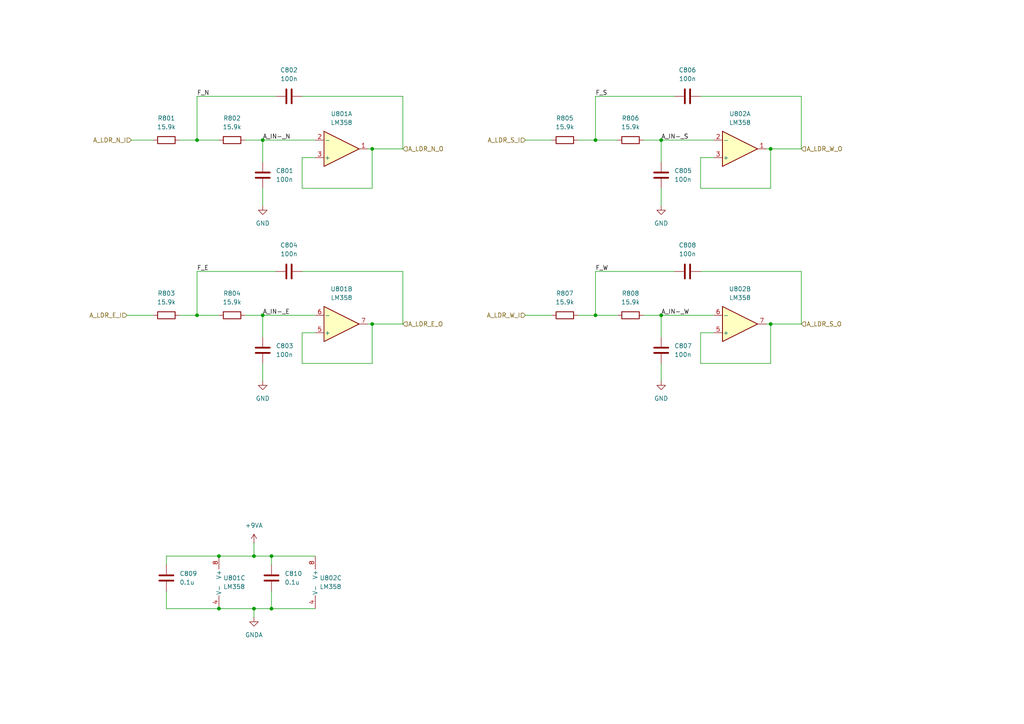
<source format=kicad_sch>
(kicad_sch (version 20250114) (generator "eeschema") (generator_version "9.0")
  (paper "A4")
  (title_block (title "Active filter") (date "2026-01-28") (rev "1") (company "LKP Systemes") (comment 1 "4 implementations of active filter for LDR signals noise cleaning"))
  (lib_symbols
    (symbol "Device:C" (pin_numbers (hide yes)) (pin_names (offset 0.254))
      (property "Reference" "C" (at 0.635 2.54 0))
      (property "Value" "C" (at 0.635 -2.54 0))
      (symbol "C_0_1"
        (polyline (pts (xy -2.032 0.762) (xy 2.032 0.762)) (stroke (width 0.508)))
        (polyline (pts (xy -2.032 -0.762) (xy 2.032 -0.762)) (stroke (width 0.508)))
      )
      (symbol "C_1_1"
        (pin passive line (at 0 3.81 270) (length 2.794) (name "~") (number "1"))
        (pin passive line (at 0 -3.81 90) (length 2.794) (name "~") (number "2"))
      )
    )
    (symbol "Device:R" (pin_numbers (hide yes)) (pin_names (offset 0))
      (property "Reference" "R" (at 2.032 0 90))
      (property "Value" "R" (at 0 0 90))
      (symbol "R_0_1"
        (rectangle (start -1.016 -2.54) (end 1.016 2.54) (stroke (width 0.254)))
      )
      (symbol "R_1_1"
        (pin passive line (at 0 3.81 270) (length 1.27) (name "~") (number "1"))
        (pin passive line (at 0 -3.81 90) (length 1.27) (name "~") (number "2"))
      )
    )
    (symbol "LM358:LM358" (pin_names (offset 0.127))
      (property "Reference" "U" (at 0 5.08 0))
      (property "Value" "LM358" (at 0 -5.08 0))
      (symbol "LM358_1_1"
        (polyline (pts (xy -5.08 5.08) (xy 5.08 0) (xy -5.08 -5.08) (xy -5.08 5.08)) (stroke (width 0.254)) (fill (type background)))
        (pin input line (at -7.62 2.54 0) (length 2.54) (name "-") (number "2"))
        (pin input line (at -7.62 -2.54 0) (length 2.54) (name "+") (number "3"))
        (pin output line (at 7.62 0 180) (length 2.54) (name "~") (number "1"))
      )
      (symbol "LM358_2_1"
        (polyline (pts (xy -5.08 5.08) (xy 5.08 0) (xy -5.08 -5.08) (xy -5.08 5.08)) (stroke (width 0.254)) (fill (type background)))
        (pin input line (at -7.62 2.54 0) (length 2.54) (name "-") (number "6"))
        (pin input line (at -7.62 -2.54 0) (length 2.54) (name "+") (number "5"))
        (pin output line (at 7.62 0 180) (length 2.54) (name "~") (number "7"))
      )
      (symbol "LM358_3_1"
        (pin power_in line (at -2.54 7.62 270) (length 3.81) (name "V+") (number "8"))
        (pin power_in line (at -2.54 -7.62 90) (length 3.81) (name "V-") (number "4"))
      )
    )
    (symbol "power:+9VA" (power) (pin_numbers (hide yes)) (pin_names (offset 0) (hide yes))
      (property "Value" "+9VA" (at 0 3.556 0))
      (symbol "+9VA_0_1"
        (polyline (pts (xy -0.762 1.27) (xy 0 2.54)))
        (polyline (pts (xy 0 2.54) (xy 0.762 1.27)))
        (polyline (pts (xy 0 0) (xy 0 2.54)))
      )
      (symbol "+9VA_1_1"
        (pin power_in line (at 0 0 90) (length 0) (name "~") (number "1"))
      )
    )
    (symbol "power:GND" (power) (pin_numbers (hide yes)) (pin_names (offset 0) (hide yes))
      (property "Value" "GND" (at 0 -3.81 0))
      (symbol "GND_0_1"
        (polyline (pts (xy 0 0) (xy 0 -1.27) (xy 1.27 -1.27) (xy 0 -2.54) (xy -1.27 -1.27) (xy 0 -1.27)))
      )
      (symbol "GND_1_1"
        (pin power_in line (at 0 0 270) (length 0) (name "~") (number "1"))
      )
    )
    (symbol "power:GNDA" (power) (pin_numbers (hide yes)) (pin_names (offset 0) (hide yes))
      (property "Value" "GNDA" (at 0 -3.81 0))
      (symbol "GNDA_0_1"
        (polyline (pts (xy 0 0) (xy 0 -1.27) (xy 1.27 -1.27) (xy 0 -2.54) (xy -1.27 -1.27) (xy 0 -1.27)))
      )
      (symbol "GNDA_1_1"
        (pin power_in line (at 0 0 270) (length 0) (name "~") (number "1"))
      )
    )
  )
  (junction (at 78.74 176.53))
  (junction (at 107.95 93.98))
  (junction (at 73.66 161.29))
  (junction (at 57.15 91.44))
  (junction (at 172.72 91.44))
  (junction (at 76.2 91.44))
  (junction (at 172.72 40.64))
  (junction (at 107.95 43.18))
  (junction (at 73.66 176.53))
  (junction (at 191.77 91.44))
  (junction (at 78.74 161.29))
  (junction (at 57.15 40.64))
  (junction (at 223.52 43.18))
  (junction (at 76.2 40.64))
  (junction (at 63.5 176.53))
  (junction (at 63.5 161.29))
  (junction (at 223.52 93.98))
  (junction (at 191.77 40.64))
  (wire (pts (xy 116.84 27.94) (xy 116.84 43.18)))
  (wire (pts (xy 87.63 54.61) (xy 87.63 45.72)))
  (wire (pts (xy 78.74 176.53) (xy 91.44 176.53)))
  (wire (pts (xy 172.72 40.64) (xy 172.72 27.94)))
  (wire (pts (xy 78.74 161.29) (xy 78.74 163.83)))
  (wire (pts (xy 76.2 91.44) (xy 91.44 91.44)))
  (wire (pts (xy 73.66 161.29) (xy 78.74 161.29)))
  (wire (pts (xy 203.2 96.52) (xy 207.01 96.52)))
  (wire (pts (xy 172.72 91.44) (xy 172.72 78.74)))
  (wire (pts (xy 48.26 176.53) (xy 48.26 171.45)))
  (wire (pts (xy 78.74 171.45) (xy 78.74 176.53)))
  (wire (pts (xy 223.52 43.18) (xy 223.52 54.61)))
  (wire (pts (xy 167.64 40.64) (xy 172.72 40.64)))
  (wire (pts (xy 223.52 93.98) (xy 223.52 105.41)))
  (wire (pts (xy 203.2 105.41) (xy 203.2 96.52)))
  (wire (pts (xy 223.52 93.98) (xy 232.41 93.98)))
  (wire (pts (xy 167.64 91.44) (xy 172.72 91.44)))
  (wire (pts (xy 52.07 91.44) (xy 57.15 91.44)))
  (wire (pts (xy 172.72 40.64) (xy 179.07 40.64)))
  (wire (pts (xy 76.2 54.61) (xy 76.2 59.69)))
  (wire (pts (xy 36.83 91.44) (xy 44.45 91.44)))
  (wire (pts (xy 73.66 157.48) (xy 73.66 161.29)))
  (wire (pts (xy 191.77 40.64) (xy 191.77 46.99)))
  (wire (pts (xy 73.66 161.29) (xy 63.5 161.29)))
  (wire (pts (xy 172.72 78.74) (xy 195.58 78.74)))
  (wire (pts (xy 87.63 78.74) (xy 116.84 78.74)))
  (wire (pts (xy 223.52 54.61) (xy 203.2 54.61)))
  (wire (pts (xy 71.12 40.64) (xy 76.2 40.64)))
  (wire (pts (xy 57.15 91.44) (xy 63.5 91.44)))
  (wire (pts (xy 87.63 27.94) (xy 116.84 27.94)))
  (wire (pts (xy 116.84 78.74) (xy 116.84 93.98)))
  (wire (pts (xy 87.63 105.41) (xy 87.63 96.52)))
  (wire (pts (xy 71.12 91.44) (xy 76.2 91.44)))
  (wire (pts (xy 57.15 40.64) (xy 57.15 27.94)))
  (wire (pts (xy 203.2 78.74) (xy 232.41 78.74)))
  (wire (pts (xy 232.41 27.94) (xy 232.41 43.18)))
  (wire (pts (xy 38.1 40.64) (xy 44.45 40.64)))
  (wire (pts (xy 57.15 78.74) (xy 80.01 78.74)))
  (wire (pts (xy 223.52 105.41) (xy 203.2 105.41)))
  (wire (pts (xy 172.72 27.94) (xy 195.58 27.94)))
  (wire (pts (xy 107.95 43.18) (xy 106.68 43.18)))
  (wire (pts (xy 203.2 45.72) (xy 207.01 45.72)))
  (wire (pts (xy 57.15 27.94) (xy 80.01 27.94)))
  (wire (pts (xy 152.4 40.64) (xy 160.02 40.64)))
  (wire (pts (xy 191.77 105.41) (xy 191.77 110.49)))
  (wire (pts (xy 57.15 91.44) (xy 57.15 78.74)))
  (wire (pts (xy 152.4 91.44) (xy 160.02 91.44)))
  (wire (pts (xy 186.69 91.44) (xy 191.77 91.44)))
  (wire (pts (xy 223.52 43.18) (xy 222.25 43.18)))
  (wire (pts (xy 172.72 91.44) (xy 179.07 91.44)))
  (wire (pts (xy 107.95 93.98) (xy 107.95 105.41)))
  (wire (pts (xy 203.2 54.61) (xy 203.2 45.72)))
  (wire (pts (xy 107.95 93.98) (xy 106.68 93.98)))
  (wire (pts (xy 186.69 40.64) (xy 191.77 40.64)))
  (wire (pts (xy 48.26 163.83) (xy 48.26 161.29)))
  (wire (pts (xy 107.95 43.18) (xy 116.84 43.18)))
  (wire (pts (xy 78.74 161.29) (xy 91.44 161.29)))
  (wire (pts (xy 107.95 105.41) (xy 87.63 105.41)))
  (wire (pts (xy 203.2 27.94) (xy 232.41 27.94)))
  (wire (pts (xy 107.95 43.18) (xy 107.95 54.61)))
  (wire (pts (xy 87.63 96.52) (xy 91.44 96.52)))
  (wire (pts (xy 73.66 176.53) (xy 73.66 179.07)))
  (wire (pts (xy 52.07 40.64) (xy 57.15 40.64)))
  (wire (pts (xy 232.41 78.74) (xy 232.41 93.98)))
  (wire (pts (xy 191.77 54.61) (xy 191.77 59.69)))
  (wire (pts (xy 63.5 176.53) (xy 73.66 176.53)))
  (wire (pts (xy 107.95 93.98) (xy 116.84 93.98)))
  (wire (pts (xy 191.77 91.44) (xy 207.01 91.44)))
  (wire (pts (xy 191.77 91.44) (xy 191.77 97.79)))
  (wire (pts (xy 63.5 176.53) (xy 48.26 176.53)))
  (wire (pts (xy 48.26 161.29) (xy 63.5 161.29)))
  (wire (pts (xy 76.2 40.64) (xy 76.2 46.99)))
  (wire (pts (xy 76.2 105.41) (xy 76.2 110.49)))
  (wire (pts (xy 73.66 176.53) (xy 78.74 176.53)))
  (wire (pts (xy 107.95 54.61) (xy 87.63 54.61)))
  (wire (pts (xy 87.63 45.72) (xy 91.44 45.72)))
  (wire (pts (xy 76.2 40.64) (xy 91.44 40.64)))
  (wire (pts (xy 223.52 43.18) (xy 232.41 43.18)))
  (wire (pts (xy 223.52 93.98) (xy 222.25 93.98)))
  (wire (pts (xy 191.77 40.64) (xy 207.01 40.64)))
  (wire (pts (xy 57.15 40.64) (xy 63.5 40.64)))
  (wire (pts (xy 76.2 91.44) (xy 76.2 97.79)))
  (label "A_IN-_S" (at 191.77 40.64 0))
  (label "A_IN-_W" (at 191.77 91.44 0))
  (label "F_N" (at 57.15 27.94 0))
  (label "F_S" (at 172.72 27.94 0))
  (label "A_IN-_N" (at 76.2 40.64 0))
  (label "A_IN-_E" (at 76.2 91.44 0))
  (label "F_W" (at 172.72 78.74 0))
  (label "F_E" (at 57.15 78.74 0))
  (hierarchical_label "A_LDR_N_I" (shape input) (at 38.1 40.64 180))
  (hierarchical_label "A_LDR_E_I" (shape input) (at 36.83 91.44 180))
  (hierarchical_label "A_LDR_S_O" (shape input) (at 232.41 93.98 0))
  (hierarchical_label "A_LDR_S_I" (shape input) (at 152.4 40.64 180))
  (hierarchical_label "A_LDR_W_O" (shape input) (at 232.41 43.18 0))
  (hierarchical_label "A_LDR_N_O" (shape input) (at 116.84 43.18 0))
  (hierarchical_label "A_LDR_E_O" (shape input) (at 116.84 93.98 0))
  (hierarchical_label "A_LDR_W_I" (shape input) (at 152.4 91.44 180))
  (symbol (lib_id "LM358:LM358") (at 99.06 93.98 0) (unit 2)
    (property "Reference" "U801" (at 99.06 83.82 0))
    (property "Value" "LM358" (at 99.06 86.36 0))
    (property "Footprint" "lm358:SOIC8_D_TEX" (effects (hide yes)))
    (property "Datasheet" "http://www.ti.com/lit/ds/symlink/lm2904-n.pdf" (effects (hide yes)))
    (property "Description" "Low-Power, Dual Operational Amplifiers, DIP-8/SOIC-8/TO-99-8" (effects (hide yes)))
  )
  (symbol (lib_id "Device:R") (at 163.83 40.64 90) (unit 1)
    (property "Reference" "R805" (at 163.83 34.29 90))
    (property "Value" "15.9k" (at 163.83 36.83 90))
    (property "Footprint" "Resistor_SMD:R_1206_3216Metric" (effects (hide yes)))
    (property "Description" "Resistor" (effects (hide yes)))
  )
  (symbol (lib_id "Device:C") (at 78.74 167.64 180) (unit 1)
    (property "Reference" "C810" (at 82.55 166.3699 0) (effects (justify right)))
    (property "Value" "0.1u" (at 82.55 168.9099 0) (effects (justify right)))
    (property "Footprint" "Capacitor_SMD:C_1206_3216Metric" (effects (hide yes)))
    (property "Description" "Unpolarized capacitor" (effects (hide yes)))
  )
  (symbol (lib_id "LM358:LM358") (at 214.63 93.98 0) (unit 2)
    (property "Reference" "U802" (at 214.63 83.82 0))
    (property "Value" "LM358" (at 214.63 86.36 0))
    (property "Footprint" "lm358:SOIC8_D_TEX" (effects (hide yes)))
    (property "Datasheet" "http://www.ti.com/lit/ds/symlink/lm2904-n.pdf" (effects (hide yes)))
    (property "Description" "Low-Power, Dual Operational Amplifiers, DIP-8/SOIC-8/TO-99-8" (effects (hide yes)))
  )
  (symbol (lib_id "LM358:LM358") (at 66.04 168.91 0) (unit 3)
    (property "Reference" "U801" (at 64.77 167.6399 0) (effects (justify left)))
    (property "Value" "LM358" (at 64.77 170.1799 0) (effects (justify left)))
    (property "Footprint" "lm358:SOIC8_D_TEX" (effects (hide yes)))
    (property "Datasheet" "http://www.ti.com/lit/ds/symlink/lm2904-n.pdf" (effects (hide yes)))
    (property "Description" "Low-Power, Dual Operational Amplifiers, DIP-8/SOIC-8/TO-99-8" (effects (hide yes)))
  )
  (symbol (lib_id "Device:C") (at 199.39 78.74 90) (unit 1)
    (property "Reference" "C808" (at 199.39 71.12 90))
    (property "Value" "100n" (at 199.39 73.66 90))
    (property "Footprint" "Capacitor_SMD:C_1206_3216Metric" (effects (hide yes)))
    (property "Description" "Unpolarized capacitor" (effects (hide yes)))
  )
  (symbol (lib_id "LM358:LM358") (at 214.63 43.18 0) (unit 1)
    (property "Reference" "U802" (at 214.63 33.02 0))
    (property "Value" "LM358" (at 214.63 35.56 0))
    (property "Footprint" "lm358:SOIC8_D_TEX" (effects (hide yes)))
    (property "Datasheet" "http://www.ti.com/lit/ds/symlink/lm2904-n.pdf" (effects (hide yes)))
    (property "Description" "Low-Power, Dual Operational Amplifiers, DIP-8/SOIC-8/TO-99-8" (effects (hide yes)))
  )
  (symbol (lib_id "Device:C") (at 191.77 101.6 0) (unit 1)
    (property "Reference" "C807" (at 195.58 100.3299 0) (effects (justify left)))
    (property "Value" "100n" (at 195.58 102.8699 0) (effects (justify left)))
    (property "Footprint" "Capacitor_SMD:C_1206_3216Metric" (effects (hide yes)))
    (property "Description" "Unpolarized capacitor" (effects (hide yes)))
  )
  (symbol (lib_id "Device:R") (at 182.88 40.64 90) (unit 1)
    (property "Reference" "R806" (at 182.88 34.29 90))
    (property "Value" "15.9k" (at 182.88 36.83 90))
    (property "Footprint" "Resistor_SMD:R_1206_3216Metric" (effects (hide yes)))
    (property "Description" "Resistor" (effects (hide yes)))
  )
  (symbol (lib_id "Device:C") (at 191.77 50.8 0) (unit 1)
    (property "Reference" "C805" (at 195.58 49.5299 0) (effects (justify left)))
    (property "Value" "100n" (at 195.58 52.0699 0) (effects (justify left)))
    (property "Footprint" "Capacitor_SMD:C_1206_3216Metric" (effects (hide yes)))
    (property "Description" "Unpolarized capacitor" (effects (hide yes)))
  )
  (symbol (lib_id "Device:R") (at 163.83 91.44 90) (unit 1)
    (property "Reference" "R807" (at 163.83 85.09 90))
    (property "Value" "15.9k" (at 163.83 87.63 90))
    (property "Footprint" "Resistor_SMD:R_1206_3216Metric" (effects (hide yes)))
    (property "Description" "Resistor" (effects (hide yes)))
  )
  (symbol (lib_id "Device:C") (at 48.26 167.64 180) (unit 1)
    (property "Reference" "C809" (at 52.07 166.3699 0) (effects (justify right)))
    (property "Value" "0.1u" (at 52.07 168.9099 0) (effects (justify right)))
    (property "Footprint" "Capacitor_SMD:C_1206_3216Metric" (effects (hide yes)))
    (property "Description" "Unpolarized capacitor" (effects (hide yes)))
  )
  (symbol (lib_id "LM358:LM358") (at 93.98 168.91 0) (unit 3)
    (property "Reference" "U802" (at 92.71 167.6399 0) (effects (justify left)))
    (property "Value" "LM358" (at 92.71 170.1799 0) (effects (justify left)))
    (property "Footprint" "lm358:SOIC8_D_TEX" (effects (hide yes)))
    (property "Datasheet" "http://www.ti.com/lit/ds/symlink/lm2904-n.pdf" (effects (hide yes)))
    (property "Description" "Low-Power, Dual Operational Amplifiers, DIP-8/SOIC-8/TO-99-8" (effects (hide yes)))
  )
  (symbol (lib_id "Device:C") (at 199.39 27.94 90) (unit 1)
    (property "Reference" "C806" (at 199.39 20.32 90))
    (property "Value" "100n" (at 199.39 22.86 90))
    (property "Footprint" "Capacitor_SMD:C_1206_3216Metric" (effects (hide yes)))
    (property "Description" "Unpolarized capacitor" (effects (hide yes)))
  )
  (symbol (lib_id "Device:R") (at 67.31 91.44 90) (unit 1)
    (property "Reference" "R804" (at 67.31 85.09 90))
    (property "Value" "15.9k" (at 67.31 87.63 90))
    (property "Footprint" "Resistor_SMD:R_1206_3216Metric" (effects (hide yes)))
    (property "Description" "Resistor" (effects (hide yes)))
  )
  (symbol (lib_id "Device:R") (at 48.26 91.44 90) (unit 1)
    (property "Reference" "R803" (at 48.26 85.09 90))
    (property "Value" "15.9k" (at 48.26 87.63 90))
    (property "Footprint" "Resistor_SMD:R_1206_3216Metric" (effects (hide yes)))
    (property "Description" "Resistor" (effects (hide yes)))
  )
  (symbol (lib_id "Device:C") (at 83.82 78.74 90) (unit 1)
    (property "Reference" "C804" (at 83.82 71.12 90))
    (property "Value" "100n" (at 83.82 73.66 90))
    (property "Footprint" "Capacitor_SMD:C_1206_3216Metric" (effects (hide yes)))
    (property "Description" "Unpolarized capacitor" (effects (hide yes)))
  )
  (symbol (lib_id "Device:R") (at 67.31 40.64 90) (unit 1)
    (property "Reference" "R802" (at 67.31 34.29 90))
    (property "Value" "15.9k" (at 67.31 36.83 90))
    (property "Footprint" "Resistor_SMD:R_1206_3216Metric" (effects (hide yes)))
    (property "Description" "Resistor" (effects (hide yes)))
  )
  (symbol (lib_id "LM358:LM358") (at 99.06 43.18 0) (unit 1)
    (property "Reference" "U801" (at 99.06 33.02 0))
    (property "Value" "LM358" (at 99.06 35.56 0))
    (property "Footprint" "lm358:SOIC8_D_TEX" (effects (hide yes)))
    (property "Datasheet" "http://www.ti.com/lit/ds/symlink/lm2904-n.pdf" (effects (hide yes)))
    (property "Description" "Low-Power, Dual Operational Amplifiers, DIP-8/SOIC-8/TO-99-8" (effects (hide yes)))
  )
  (symbol (lib_id "Device:C") (at 83.82 27.94 90) (unit 1)
    (property "Reference" "C802" (at 83.82 20.32 90))
    (property "Value" "100n" (at 83.82 22.86 90))
    (property "Footprint" "Capacitor_SMD:C_1206_3216Metric" (effects (hide yes)))
    (property "Description" "Unpolarized capacitor" (effects (hide yes)))
  )
  (symbol (lib_id "power:GND") (at 191.77 59.69 0) (unit 1)
    (property "Reference" "#PWR0803" (effects (hide yes)))
    (property "Value" "GND" (at 191.77 64.77 0))
    (property "Description" "Power symbol creates a global label with name \"GND\" , ground" (effects (hide yes)))
  )
  (symbol (lib_id "Device:R") (at 48.26 40.64 90) (unit 1)
    (property "Reference" "R801" (at 48.26 34.29 90))
    (property "Value" "15.9k" (at 48.26 36.83 90))
    (property "Footprint" "Resistor_SMD:R_1206_3216Metric" (effects (hide yes)))
    (property "Description" "Resistor" (effects (hide yes)))
  )
  (symbol (lib_id "Device:C") (at 76.2 50.8 0) (unit 1)
    (property "Reference" "C801" (at 80.01 49.5299 0) (effects (justify left)))
    (property "Value" "100n" (at 80.01 52.0699 0) (effects (justify left)))
    (property "Footprint" "Capacitor_SMD:C_1206_3216Metric" (effects (hide yes)))
    (property "Description" "Unpolarized capacitor" (effects (hide yes)))
  )
  (symbol (lib_id "power:+9VA") (at 73.66 157.48 0) (unit 1)
    (property "Reference" "#PWR0806" (effects (hide yes)))
    (property "Value" "+9VA" (at 73.66 152.4 0))
    (property "Description" "Power symbol creates a global label with name \"+9VA\"" (effects (hide yes)))
  )
  (symbol (lib_id "Device:R") (at 182.88 91.44 90) (unit 1)
    (property "Reference" "R808" (at 182.88 85.09 90))
    (property "Value" "15.9k" (at 182.88 87.63 90))
    (property "Footprint" "Resistor_SMD:R_1206_3216Metric" (effects (hide yes)))
    (property "Description" "Resistor" (effects (hide yes)))
  )
  (symbol (lib_id "Device:C") (at 76.2 101.6 0) (unit 1)
    (property "Reference" "C803" (at 80.01 100.3299 0) (effects (justify left)))
    (property "Value" "100n" (at 80.01 102.8699 0) (effects (justify left)))
    (property "Footprint" "Capacitor_SMD:C_1206_3216Metric" (effects (hide yes)))
    (property "Description" "Unpolarized capacitor" (effects (hide yes)))
  )
  (symbol (lib_id "power:GND") (at 76.2 110.49 0) (unit 1)
    (property "Reference" "#PWR0802" (effects (hide yes)))
    (property "Value" "GND" (at 76.2 115.57 0))
    (property "Description" "Power symbol creates a global label with name \"GND\" , ground" (effects (hide yes)))
  )
  (symbol (lib_id "power:GNDA") (at 73.66 179.07 0) (unit 1)
    (property "Reference" "#PWR0805" (effects (hide yes)))
    (property "Value" "GNDA" (at 73.66 184.15 0))
    (property "Description" "Power symbol creates a global label with name \"GNDA\" , analog ground" (effects (hide yes)))
  )
  (symbol (lib_id "power:GND") (at 191.77 110.49 0) (unit 1)
    (property "Reference" "#PWR0804" (effects (hide yes)))
    (property "Value" "GND" (at 191.77 115.57 0))
    (property "Description" "Power symbol creates a global label with name \"GND\" , ground" (effects (hide yes)))
  )
  (symbol (lib_id "power:GND") (at 76.2 59.69 0) (unit 1)
    (property "Reference" "#PWR0801" (effects (hide yes)))
    (property "Value" "GND" (at 76.2 64.77 0))
    (property "Description" "Power symbol creates a global label with name \"GND\" , ground" (effects (hide yes)))
  )
)
</source>
